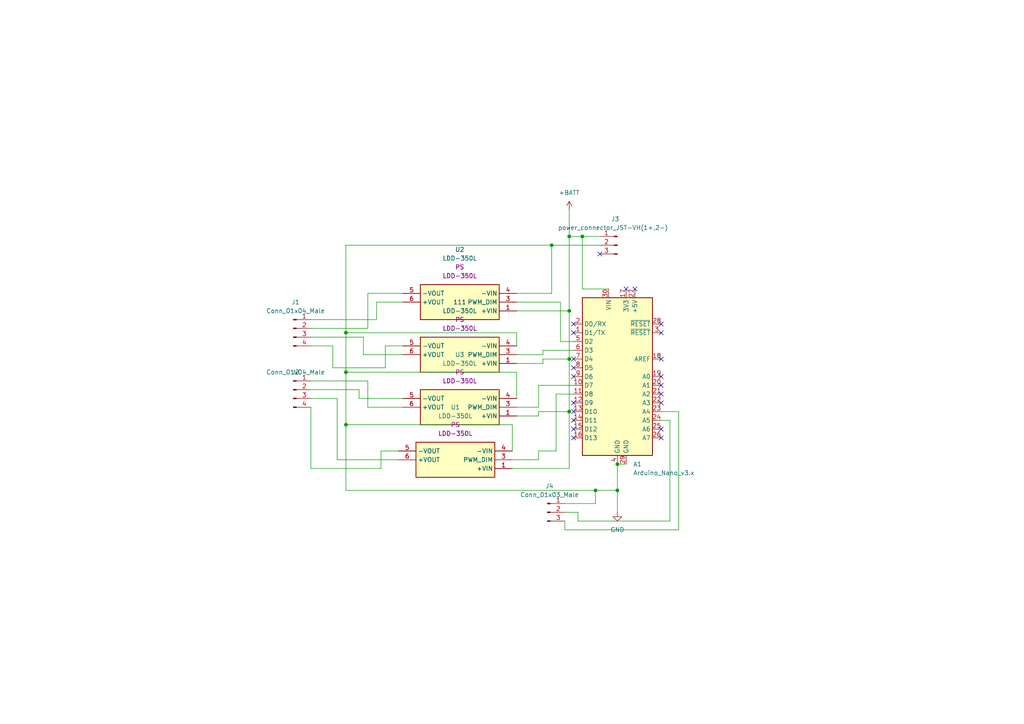
<source format=kicad_sch>
(kicad_sch (version 20211123) (generator eeschema)
  (paper "A4")
  (lib_symbols
    (symbol "Connector:Conn_01x03_Male" (pin_names (offset 1.016) hide)
      (property "Reference" "J" (at 0 5.08 0))
      (property "Value" "Conn_01x03_Male" (at 0 -5.08 0))
      (symbol "Conn_01x03_Male_1_1"
        (polyline (pts (xy 1.27 -2.54) (xy 0.8636 -2.54)) (stroke (width 0.1524)))
        (polyline (pts (xy 1.27 0) (xy 0.8636 0)) (stroke (width 0.1524)))
        (polyline (pts (xy 1.27 2.54) (xy 0.8636 2.54)) (stroke (width 0.1524)))
        (rectangle (start 0.8636 -2.413) (end 0 -2.667) (stroke (width 0.1524)) (fill (type outline)))
        (rectangle (start 0.8636 0.127) (end 0 -0.127) (stroke (width 0.1524)) (fill (type outline)))
        (rectangle (start 0.8636 2.667) (end 0 2.413) (stroke (width 0.1524)) (fill (type outline)))
        (pin passive line (at 5.08 2.54 180) (length 3.81) (name "Pin_1") (number "1"))
        (pin passive line (at 5.08 0 180) (length 3.81) (name "Pin_2") (number "2"))
        (pin passive line (at 5.08 -2.54 180) (length 3.81) (name "Pin_3") (number "3"))
      )
    )
    (symbol "Connector:Conn_01x04_Male" (pin_names (offset 1.016) hide)
      (property "Reference" "J" (at 0 5.08 0))
      (property "Value" "Conn_01x04_Male" (at 0 -7.62 0))
      (symbol "Conn_01x04_Male_1_1"
        (polyline (pts (xy 1.27 -5.08) (xy 0.8636 -5.08)) (stroke (width 0.1524)))
        (polyline (pts (xy 1.27 -2.54) (xy 0.8636 -2.54)) (stroke (width 0.1524)))
        (polyline (pts (xy 1.27 0) (xy 0.8636 0)) (stroke (width 0.1524)))
        (polyline (pts (xy 1.27 2.54) (xy 0.8636 2.54)) (stroke (width 0.1524)))
        (rectangle (start 0.8636 -4.953) (end 0 -5.207) (stroke (width 0.1524)) (fill (type outline)))
        (rectangle (start 0.8636 -2.413) (end 0 -2.667) (stroke (width 0.1524)) (fill (type outline)))
        (rectangle (start 0.8636 0.127) (end 0 -0.127) (stroke (width 0.1524)) (fill (type outline)))
        (rectangle (start 0.8636 2.667) (end 0 2.413) (stroke (width 0.1524)) (fill (type outline)))
        (pin passive line (at 5.08 2.54 180) (length 3.81) (name "Pin_1") (number "1"))
        (pin passive line (at 5.08 0 180) (length 3.81) (name "Pin_2") (number "2"))
        (pin passive line (at 5.08 -2.54 180) (length 3.81) (name "Pin_3") (number "3"))
        (pin passive line (at 5.08 -5.08 180) (length 3.81) (name "Pin_4") (number "4"))
      )
    )
    (symbol "LDD-350_rightoneL:LDD-350L"
      (property "Value" "LDD-350L" (at 0 0 0))
      (property "Reference_1" "PS" (at 29.21 7.62 0))
      (property "Value_1" "LDD-350L" (at 29.21 5.08 0))
      (symbol "LDD-350L_1_1"
        (rectangle (start 5.08 2.54) (end 27.94 -7.62) (stroke (width 0.254)) (fill (type background)))
        (pin passive line (at 33.02 -5.08 180) (length 5.08) (name "+VIN") (number "1"))
        (pin passive line (at 33.02 -2.54 180) (length 5.08) (name "PWM_DIM") (number "3"))
        (pin passive line (at 33.02 0 180) (length 5.08) (name "-VIN") (number "4"))
        (pin passive line (at 0 0 0) (length 5.08) (name "-VOUT") (number "5"))
        (pin passive line (at 0 -2.54 0) (length 5.08) (name "+VOUT") (number "6"))
      )
    )
    (symbol "MCU_Module:Arduino_Nano_v3.x"
      (property "Reference" "A" (at -10.16 23.495 0))
      (property "Value" "Arduino_Nano_v3.x" (at 5.08 -24.13 0))
      (symbol "Arduino_Nano_v3.x_0_1"
        (rectangle (start -10.16 22.86) (end 10.16 -22.86) (stroke (width 0.254)) (fill (type background)))
      )
      (symbol "Arduino_Nano_v3.x_1_1"
        (pin bidirectional line (at -12.7 12.7 0) (length 2.54) (name "D1/TX") (number "1"))
        (pin bidirectional line (at -12.7 -2.54 0) (length 2.54) (name "D7") (number "10"))
        (pin bidirectional line (at -12.7 -5.08 0) (length 2.54) (name "D8") (number "11"))
        (pin bidirectional line (at -12.7 -7.62 0) (length 2.54) (name "D9") (number "12"))
        (pin bidirectional line (at -12.7 -10.16 0) (length 2.54) (name "D10") (number "13"))
        (pin bidirectional line (at -12.7 -12.7 0) (length 2.54) (name "D11") (number "14"))
        (pin bidirectional line (at -12.7 -15.24 0) (length 2.54) (name "D12") (number "15"))
        (pin bidirectional line (at -12.7 -17.78 0) (length 2.54) (name "D13") (number "16"))
        (pin power_out line (at 2.54 25.4 270) (length 2.54) (name "3V3") (number "17"))
        (pin input line (at 12.7 5.08 180) (length 2.54) (name "AREF") (number "18"))
        (pin bidirectional line (at 12.7 0 180) (length 2.54) (name "A0") (number "19"))
        (pin bidirectional line (at -12.7 15.24 0) (length 2.54) (name "D0/RX") (number "2"))
        (pin bidirectional line (at 12.7 -2.54 180) (length 2.54) (name "A1") (number "20"))
        (pin bidirectional line (at 12.7 -5.08 180) (length 2.54) (name "A2") (number "21"))
        (pin bidirectional line (at 12.7 -7.62 180) (length 2.54) (name "A3") (number "22"))
        (pin bidirectional line (at 12.7 -10.16 180) (length 2.54) (name "A4") (number "23"))
        (pin bidirectional line (at 12.7 -12.7 180) (length 2.54) (name "A5") (number "24"))
        (pin bidirectional line (at 12.7 -15.24 180) (length 2.54) (name "A6") (number "25"))
        (pin bidirectional line (at 12.7 -17.78 180) (length 2.54) (name "A7") (number "26"))
        (pin power_out line (at 5.08 25.4 270) (length 2.54) (name "+5V") (number "27"))
        (pin input line (at 12.7 15.24 180) (length 2.54) (name "~{RESET}") (number "28"))
        (pin power_in line (at 2.54 -25.4 90) (length 2.54) (name "GND") (number "29"))
        (pin input line (at 12.7 12.7 180) (length 2.54) (name "~{RESET}") (number "3"))
        (pin power_in line (at -2.54 25.4 270) (length 2.54) (name "VIN") (number "30"))
        (pin power_in line (at 0 -25.4 90) (length 2.54) (name "GND") (number "4"))
        (pin bidirectional line (at -12.7 10.16 0) (length 2.54) (name "D2") (number "5"))
        (pin bidirectional line (at -12.7 7.62 0) (length 2.54) (name "D3") (number "6"))
        (pin bidirectional line (at -12.7 5.08 0) (length 2.54) (name "D4") (number "7"))
        (pin bidirectional line (at -12.7 2.54 0) (length 2.54) (name "D5") (number "8"))
        (pin bidirectional line (at -12.7 0 0) (length 2.54) (name "D6") (number "9"))
      )
    )
    (symbol "power:+BATT" (power) (pin_names (offset 0))
      (property "Value" "+BATT" (at 0 3.556 0))
      (symbol "+BATT_0_1"
        (polyline (pts (xy -0.762 1.27) (xy 0 2.54)))
        (polyline (pts (xy 0 0) (xy 0 2.54)))
        (polyline (pts (xy 0 2.54) (xy 0.762 1.27)))
      )
      (symbol "+BATT_1_1"
        (pin power_in line (at 0 0 90) (length 0) hide (name "+BATT") (number "1"))
      )
    )
    (symbol "power:GND" (power) (pin_names (offset 0))
      (property "Value" "GND" (at 0 -3.81 0))
      (symbol "GND_0_1"
        (polyline (pts (xy 0 0) (xy 0 -1.27) (xy 1.27 -1.27) (xy 0 -2.54) (xy -1.27 -1.27) (xy 0 -1.27)))
      )
      (symbol "GND_1_1"
        (pin power_in line (at 0 0 270) (length 0) hide (name "GND") (number "1"))
      )
    )
  )
  (junction (at 100.33 96.52))
  (junction (at 179.07 142.24))
  (junction (at 168.91 68.58))
  (junction (at 165.1 90.17))
  (junction (at 165.1 119.38))
  (junction (at 165.1 104.14))
  (junction (at 179.07 134.62))
  (junction (at 100.33 123.19))
  (junction (at 160.02 71.12))
  (junction (at 165.1 68.58))
  (junction (at 100.33 107.95))
  (junction (at 172.72 142.24))
  (no_connect (at 166.37 124.46))
  (no_connect (at 191.77 127))
  (no_connect (at 166.37 96.52))
  (no_connect (at 173.99 73.66))
  (no_connect (at 191.77 111.76))
  (no_connect (at 191.77 104.14))
  (no_connect (at 191.77 114.3))
  (no_connect (at 191.77 124.46))
  (no_connect (at 166.37 119.38))
  (no_connect (at 166.37 127))
  (no_connect (at 191.77 116.84))
  (no_connect (at 191.77 93.98))
  (no_connect (at 166.37 109.22))
  (no_connect (at 181.61 83.82))
  (no_connect (at 166.37 121.92))
  (no_connect (at 184.15 83.82))
  (no_connect (at 191.77 109.22))
  (no_connect (at 166.37 93.98))
  (no_connect (at 166.37 116.84))
  (no_connect (at 166.37 104.14))
  (no_connect (at 191.77 96.52))
  (no_connect (at 166.37 106.68))
  (wire (pts (xy 90.17 100.33) (xy 96.52 100.33)))
  (wire (pts (xy 157.48 101.6) (xy 166.37 101.6)))
  (wire (pts (xy 116.84 102.87) (xy 105.41 102.87)))
  (wire (pts (xy 90.17 95.25) (xy 106.68 95.25)))
  (wire (pts (xy 149.86 120.65) (xy 156.21 120.65)))
  (wire (pts (xy 116.84 115.57) (xy 104.14 115.57)))
  (wire (pts (xy 109.22 87.63) (xy 109.22 92.71)))
  (wire (pts (xy 157.48 104.14) (xy 165.1 104.14)))
  (wire (pts (xy 161.29 130.81) (xy 156.21 130.81)))
  (wire (pts (xy 149.86 107.95) (xy 100.33 107.95)))
  (wire (pts (xy 157.48 105.41) (xy 157.48 104.14)))
  (wire (pts (xy 100.33 107.95) (xy 100.33 123.19)))
  (wire (pts (xy 149.86 105.41) (xy 157.48 105.41)))
  (wire (pts (xy 116.84 85.09) (xy 106.68 85.09)))
  (wire (pts (xy 109.22 92.71) (xy 90.17 92.71)))
  (wire (pts (xy 194.31 151.13) (xy 167.64 151.13)))
  (wire (pts (xy 149.86 115.57) (xy 149.86 107.95)))
  (wire (pts (xy 100.33 96.52) (xy 100.33 107.95)))
  (wire (pts (xy 168.91 68.58) (xy 173.99 68.58)))
  (wire (pts (xy 157.48 102.87) (xy 157.48 101.6)))
  (wire (pts (xy 165.1 68.58) (xy 165.1 90.17)))
  (wire (pts (xy 166.37 111.76) (xy 156.21 111.76)))
  (wire (pts (xy 156.21 133.35) (xy 156.21 130.81)))
  (wire (pts (xy 160.02 85.09) (xy 160.02 71.12)))
  (wire (pts (xy 179.07 142.24) (xy 179.07 148.59)))
  (wire (pts (xy 161.29 114.3) (xy 161.29 130.81)))
  (wire (pts (xy 105.41 97.79) (xy 105.41 102.87)))
  (wire (pts (xy 106.68 85.09) (xy 106.68 95.25)))
  (wire (pts (xy 165.1 90.17) (xy 165.1 104.14)))
  (wire (pts (xy 191.77 119.38) (xy 196.85 119.38)))
  (wire (pts (xy 194.31 121.92) (xy 194.31 151.13)))
  (wire (pts (xy 165.1 60.96) (xy 165.1 68.58)))
  (wire (pts (xy 90.17 118.11) (xy 90.17 135.89)))
  (wire (pts (xy 116.84 100.33) (xy 111.76 100.33)))
  (wire (pts (xy 156.21 120.65) (xy 156.21 119.38)))
  (wire (pts (xy 179.07 134.62) (xy 181.61 134.62)))
  (wire (pts (xy 162.56 87.63) (xy 162.56 99.06)))
  (wire (pts (xy 115.57 130.81) (xy 110.49 130.81)))
  (wire (pts (xy 96.52 106.68) (xy 111.76 106.68)))
  (wire (pts (xy 90.17 135.89) (xy 110.49 135.89)))
  (wire (pts (xy 179.07 134.62) (xy 179.07 142.24)))
  (wire (pts (xy 149.86 118.11) (xy 156.21 118.11)))
  (wire (pts (xy 149.86 87.63) (xy 162.56 87.63)))
  (wire (pts (xy 116.84 87.63) (xy 109.22 87.63)))
  (wire (pts (xy 165.1 104.14) (xy 165.1 119.38)))
  (wire (pts (xy 167.64 151.13) (xy 167.64 148.59)))
  (wire (pts (xy 90.17 113.03) (xy 104.14 113.03)))
  (wire (pts (xy 90.17 115.57) (xy 97.79 115.57)))
  (wire (pts (xy 104.14 113.03) (xy 104.14 115.57)))
  (wire (pts (xy 148.59 133.35) (xy 156.21 133.35)))
  (wire (pts (xy 100.33 71.12) (xy 160.02 71.12)))
  (wire (pts (xy 165.1 119.38) (xy 165.1 135.89)))
  (wire (pts (xy 172.72 146.05) (xy 163.83 146.05)))
  (wire (pts (xy 156.21 119.38) (xy 165.1 119.38)))
  (wire (pts (xy 160.02 71.12) (xy 173.99 71.12)))
  (wire (pts (xy 163.83 153.67) (xy 163.83 151.13)))
  (wire (pts (xy 148.59 130.81) (xy 148.59 123.19)))
  (wire (pts (xy 90.17 97.79) (xy 105.41 97.79)))
  (wire (pts (xy 172.72 142.24) (xy 179.07 142.24)))
  (wire (pts (xy 149.86 96.52) (xy 100.33 96.52)))
  (wire (pts (xy 97.79 115.57) (xy 97.79 133.35)))
  (wire (pts (xy 156.21 118.11) (xy 156.21 111.76)))
  (wire (pts (xy 106.68 118.11) (xy 106.68 110.49)))
  (wire (pts (xy 149.86 102.87) (xy 157.48 102.87)))
  (wire (pts (xy 168.91 83.82) (xy 168.91 68.58)))
  (wire (pts (xy 191.77 121.92) (xy 194.31 121.92)))
  (wire (pts (xy 96.52 100.33) (xy 96.52 106.68)))
  (wire (pts (xy 90.17 110.49) (xy 106.68 110.49)))
  (wire (pts (xy 196.85 119.38) (xy 196.85 153.67)))
  (wire (pts (xy 100.33 142.24) (xy 172.72 142.24)))
  (wire (pts (xy 166.37 114.3) (xy 161.29 114.3)))
  (wire (pts (xy 149.86 90.17) (xy 165.1 90.17)))
  (wire (pts (xy 149.86 85.09) (xy 160.02 85.09)))
  (wire (pts (xy 196.85 153.67) (xy 163.83 153.67)))
  (wire (pts (xy 100.33 71.12) (xy 100.33 96.52)))
  (wire (pts (xy 97.79 133.35) (xy 115.57 133.35)))
  (wire (pts (xy 116.84 118.11) (xy 106.68 118.11)))
  (wire (pts (xy 165.1 68.58) (xy 168.91 68.58)))
  (wire (pts (xy 148.59 135.89) (xy 165.1 135.89)))
  (wire (pts (xy 167.64 148.59) (xy 163.83 148.59)))
  (wire (pts (xy 110.49 130.81) (xy 110.49 135.89)))
  (wire (pts (xy 172.72 142.24) (xy 172.72 146.05)))
  (wire (pts (xy 100.33 123.19) (xy 100.33 142.24)))
  (wire (pts (xy 111.76 100.33) (xy 111.76 106.68)))
  (wire (pts (xy 176.53 83.82) (xy 168.91 83.82)))
  (wire (pts (xy 149.86 100.33) (xy 149.86 96.52)))
  (wire (pts (xy 166.37 99.06) (xy 162.56 99.06)))
  (wire (pts (xy 148.59 123.19) (xy 100.33 123.19)))
  (symbol (lib_id "Connector:Conn_01x04_Male") (at 85.09 113.03 0) (unit 1)
    (property "Reference" "J2" (at 85.725 107.95 0))
    (property "Value" "Conn_01x04_Male" (at 85.725 107.95 0))
    (property "Footprint" "Connector_JST:JST_XH_B4B-XH-AM_1x04_P2.50mm_Vertical" (effects hide))
  )
  (symbol (lib_id "MCU_Module:Arduino_Nano_v3.x") (at 179.07 109.22 0) (unit 1)
    (property "Reference" "A1" (at 183.6294 134.62 0) (effects (justify left)))
    (property "Value" "Arduino_Nano_v3.x" (at 183.6294 137.16 0) (effects (justify left)))
    (property "Footprint" "Module:Arduino_Nano" (effects hide))
    (property "Datasheet" "http://www.mouser.com/pdfdocs/Gravitech_Arduino_Nano3_0.pdf" (effects hide))
  )
  (symbol (lib_id "LDD-350_rightoneL:LDD-350L") (at 115.57 130.81 0) (unit 1)
    (property "Reference" "U1" (at 132.08 118.11 0))
    (property "Value" "LDD-350L" (at 132.08 120.65 0))
    (property "Footprint" "KiCad:LDD350L" (effects hide))
    (property "Reference_1" "PS" (at 132.08 123.19 0))
    (property "Value_1" "LDD-350L" (at 132.08 125.73 0))
    (property "Footprint_1" "LDD350L" (effects hide))
    (property "Datasheet_1" "https://www.meanwell.com/Upload/PDF/LDD-L/LDD-L-SPEC.PDF" (effects hide))
    (property "Height" "8.9" (effects hide))
    (property "Manufacturer_Name" "Mean Well" (effects hide))
    (property "Manufacturer_Part_Number" "LDD-350L" (effects hide))
    (property "Mouser Part Number" "709-LDD-350L" (effects hide))
    (property "Mouser Price/Stock" "https://www.mouser.co.uk/ProductDetail/MEAN-WELL/LDD-350L?qs=erfQA2AIGbV6X3EIxtUKew%3D%3D" (effects hide))
    (property "Arrow Part Number" "LDD-350L" (effects hide))
    (property "Arrow Price/Stock" "https://www.arrow.com/en/products/ldd-350l/mean-well-enterprises?region=nac" (effects hide))
  )
  (symbol (lib_id "LDD-350_rightoneL:LDD-350L") (at 116.84 85.09 0) (unit 1)
    (property "Reference" "U2" (at 133.35 72.39 0))
    (property "Value" "LDD-350L" (at 133.35 74.93 0))
    (property "Footprint" "KiCad:LDD350L" (effects hide))
    (property "Reference_1" "PS" (at 133.35 77.47 0))
    (property "Value_1" "LDD-350L" (at 133.35 80.01 0))
    (property "Footprint_1" "LDD350L" (effects hide))
    (property "Datasheet_1" "https://www.meanwell.com/Upload/PDF/LDD-L/LDD-L-SPEC.PDF" (effects hide))
    (property "Height" "8.9" (effects hide))
    (property "Manufacturer_Name" "Mean Well" (effects hide))
    (property "Manufacturer_Part_Number" "LDD-350L" (effects hide))
    (property "Mouser Part Number" "709-LDD-350L" (effects hide))
    (property "Mouser Price/Stock" "https://www.mouser.co.uk/ProductDetail/MEAN-WELL/LDD-350L?qs=erfQA2AIGbV6X3EIxtUKew%3D%3D" (effects hide))
    (property "Arrow Part Number" "LDD-350L" (effects hide))
    (property "Arrow Price/Stock" "https://www.arrow.com/en/products/ldd-350l/mean-well-enterprises?region=nac" (effects hide))
  )
  (symbol (lib_id "Connector:Conn_01x04_Male") (at 85.09 95.25 0) (unit 1)
    (property "Reference" "J1" (at 85.725 87.63 0))
    (property "Value" "Conn_01x04_Male" (at 85.725 90.17 0))
    (property "Footprint" "Connector_JST:JST_XH_B4B-XH-AM_1x04_P2.50mm_Vertical" (effects hide))
  )
  (symbol (lib_id "Connector:Conn_01x03_Male") (at 158.75 148.59 0) (unit 1)
    (property "Reference" "J4" (at 159.385 140.97 0))
    (property "Value" "Conn_01x03_Male" (at 159.385 143.51 0))
    (property "Footprint" "Connector_JST:JST_PH_B3B-PH-K_1x03_P2.00mm_Vertical" (effects hide))
  )
  (symbol (lib_id "power:GND") (at 179.07 148.59 0) (unit 1)
    (property "Reference" "#PWR0102" (effects hide))
    (property "Value" "GND" (at 179.07 153.67 0))
  )
  (symbol (lib_id "Connector:Conn_01x03_Male") (at 179.07 71.12 0) (mirror y) (unit 1)
    (property "Reference" "J3" (at 178.435 63.5 0))
    (property "Value" "power_connector_JST-VH(1+,2-)" (at 177.8 66.04 0))
    (property "Footprint" "Connector_JST:JST_VH_B3P-VH-FB-B_1x03_P3.96mm_Vertical" (effects hide))
  )
  (symbol (lib_id "power:+BATT") (at 165.1 60.96 0) (unit 1)
    (property "Reference" "#PWR0101" (effects hide))
    (property "Value" "+BATT" (at 165.1 55.88 0))
  )
  (symbol (lib_id "LDD-350_rightoneL:LDD-350L") (at 116.84 100.33 0) (unit 1)
    (property "Reference" "111" (at 133.35 87.63 0))
    (property "Value" "LDD-350L" (at 133.35 90.17 0))
    (property "Footprint" "KiCad:LDD350L" (effects hide))
    (property "Reference_1" "PS" (at 133.35 92.71 0))
    (property "Value_1" "LDD-350L" (at 133.35 95.25 0))
    (property "Footprint_1" "LDD350L" (effects hide))
    (property "Datasheet_1" "https://www.meanwell.com/Upload/PDF/LDD-L/LDD-L-SPEC.PDF" (effects hide))
    (property "Height" "8.9" (effects hide))
    (property "Manufacturer_Name" "Mean Well" (effects hide))
    (property "Manufacturer_Part_Number" "LDD-350L" (effects hide))
    (property "Mouser Part Number" "709-LDD-350L" (effects hide))
    (property "Mouser Price/Stock" "https://www.mouser.co.uk/ProductDetail/MEAN-WELL/LDD-350L?qs=erfQA2AIGbV6X3EIxtUKew%3D%3D" (effects hide))
    (property "Arrow Part Number" "LDD-350L" (effects hide))
    (property "Arrow Price/Stock" "https://www.arrow.com/en/products/ldd-350l/mean-well-enterprises?region=nac" (effects hide))
  )
  (symbol (lib_id "LDD-350_rightoneL:LDD-350L") (at 116.84 115.57 0) (unit 1)
    (property "Reference" "U3" (at 133.35 102.87 0))
    (property "Value" "LDD-350L" (at 133.35 105.41 0))
    (property "Footprint" "KiCad:LDD350L" (effects hide))
    (property "Reference_1" "PS" (at 133.35 107.95 0))
    (property "Value_1" "LDD-350L" (at 133.35 110.49 0))
    (property "Footprint_1" "LDD350L" (effects hide))
    (property "Datasheet_1" "https://www.meanwell.com/Upload/PDF/LDD-L/LDD-L-SPEC.PDF" (effects hide))
    (property "Height" "8.9" (effects hide))
    (property "Manufacturer_Name" "Mean Well" (effects hide))
    (property "Manufacturer_Part_Number" "LDD-350L" (effects hide))
    (property "Mouser Part Number" "709-LDD-350L" (effects hide))
    (property "Mouser Price/Stock" "https://www.mouser.co.uk/ProductDetail/MEAN-WELL/LDD-350L?qs=erfQA2AIGbV6X3EIxtUKew%3D%3D" (effects hide))
    (property "Arrow Part Number" "LDD-350L" (effects hide))
    (property "Arrow Price/Stock" "https://www.arrow.com/en/products/ldd-350l/mean-well-enterprises?region=nac" (effects hide))
  )
)
</source>
